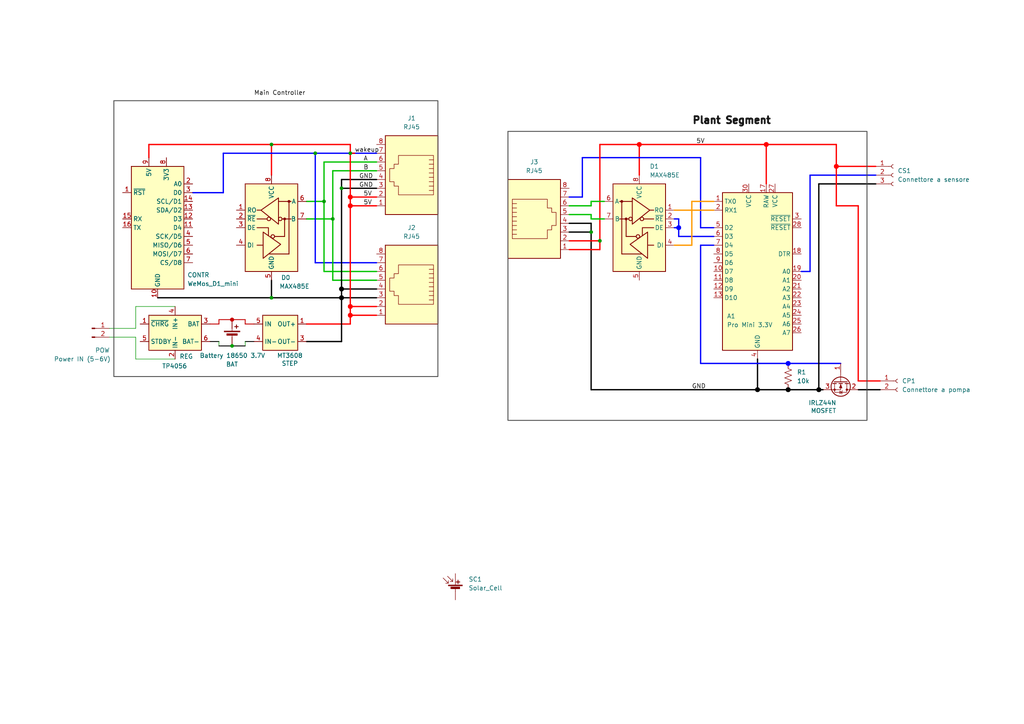
<source format=kicad_sch>
(kicad_sch (version 20231120) (generator "eeschema") (generator_version "8.0")
  (paper "A4")
  (lib_symbols
    (symbol "Connector:Conn_01x02_Pin" (pin_names (offset 1.016) hide)
      (property "Reference" "J" (at 0 2.54 0))
      (property "Value" "Conn_01x02_Pin" (at 0 -5.08 0))
      (symbol "Conn_01x02_Pin_1_1"
        (polyline (pts (xy 1.27 -2.54) (xy 0.8636 -2.54)) (stroke (width 0.1524)))
        (polyline (pts (xy 1.27 0) (xy 0.8636 0)) (stroke (width 0.1524)))
        (rectangle (start 0.8636 -2.413) (end 0 -2.667) (stroke (width 0.1524)) (fill (type outline)))
        (rectangle (start 0.8636 0.127) (end 0 -0.127) (stroke (width 0.1524)) (fill (type outline)))
        (pin passive line (at 5.08 0 180) (length 3.81) (name "Pin_1") (number "1"))
        (pin passive line (at 5.08 -2.54 180) (length 3.81) (name "Pin_2") (number "2"))
      )
    )
    (symbol "Connector:Conn_01x02_Socket" (pin_names (offset 1.016) hide)
      (property "Reference" "J" (at 0 2.54 0))
      (property "Value" "Conn_01x02_Socket" (at 0 -5.08 0))
      (symbol "Conn_01x02_Socket_1_1"
        (arc (start 0 -2.032) (mid -0.5058 -2.54) (end 0 -3.048) (stroke (width 0.1524)))
        (polyline (pts (xy -1.27 -2.54) (xy -0.508 -2.54)) (stroke (width 0.1524)))
        (polyline (pts (xy -1.27 0) (xy -0.508 0)) (stroke (width 0.1524)))
        (arc (start 0 0.508) (mid -0.5058 0) (end 0 -0.508) (stroke (width 0.1524)))
        (pin passive line (at -5.08 0 0) (length 3.81) (name "Pin_1") (number "1"))
        (pin passive line (at -5.08 -2.54 0) (length 3.81) (name "Pin_2") (number "2"))
      )
    )
    (symbol "Connector:Conn_01x03_Socket" (pin_names (offset 1.016) hide)
      (property "Reference" "J" (at 0 5.08 0))
      (property "Value" "Conn_01x03_Socket" (at 0 -5.08 0))
      (symbol "Conn_01x03_Socket_1_1"
        (arc (start 0 -2.032) (mid -0.5058 -2.54) (end 0 -3.048) (stroke (width 0.1524)))
        (polyline (pts (xy -1.27 -2.54) (xy -0.508 -2.54)) (stroke (width 0.1524)))
        (polyline (pts (xy -1.27 0) (xy -0.508 0)) (stroke (width 0.1524)))
        (polyline (pts (xy -1.27 2.54) (xy -0.508 2.54)) (stroke (width 0.1524)))
        (arc (start 0 0.508) (mid -0.5058 0) (end 0 -0.508) (stroke (width 0.1524)))
        (arc (start 0 3.048) (mid -0.5058 2.54) (end 0 2.032) (stroke (width 0.1524)))
        (pin passive line (at -5.08 2.54 0) (length 3.81) (name "Pin_1") (number "1"))
        (pin passive line (at -5.08 0 0) (length 3.81) (name "Pin_2") (number "2"))
        (pin passive line (at -5.08 -2.54 0) (length 3.81) (name "Pin_3") (number "3"))
      )
    )
    (symbol "Connector:RJ45" (pin_names (offset 1.016))
      (property "Reference" "J" (at -5.08 13.97 0))
      (property "Value" "RJ45" (at 2.54 13.97 0))
      (symbol "RJ45_0_1"
        (polyline (pts (xy -5.08 4.445) (xy -6.35 4.445)))
        (polyline (pts (xy -5.08 5.715) (xy -6.35 5.715)))
        (polyline (pts (xy -6.35 -3.175) (xy -5.08 -3.175) (xy -5.08 -3.175)))
        (polyline (pts (xy -6.35 -1.905) (xy -5.08 -1.905) (xy -5.08 -1.905)))
        (polyline (pts (xy -6.35 -0.635) (xy -5.08 -0.635) (xy -5.08 -0.635)))
        (polyline (pts (xy -6.35 0.635) (xy -5.08 0.635) (xy -5.08 0.635)))
        (polyline (pts (xy -6.35 1.905) (xy -5.08 1.905) (xy -5.08 1.905)))
        (polyline (pts (xy -5.08 3.175) (xy -6.35 3.175) (xy -6.35 3.175)))
        (polyline (pts (xy -6.35 -4.445) (xy -6.35 6.985) (xy 3.81 6.985) (xy 3.81 4.445) (xy 5.08 4.445) (xy 5.08 3.175) (xy 6.35 3.175) (xy 6.35 -0.635) (xy 5.08 -0.635) (xy 5.08 -1.905) (xy 3.81 -1.905) (xy 3.81 -4.445) (xy -6.35 -4.445) (xy -6.35 -4.445)))
        (rectangle (start 7.62 12.7) (end -7.62 -10.16) (stroke (width 0.254)) (fill (type background)))
      )
      (symbol "RJ45_1_1"
        (pin passive line (at 10.16 -7.62 180) (length 2.54) (name "~") (number "1"))
        (pin passive line (at 10.16 -5.08 180) (length 2.54) (name "~") (number "2"))
        (pin passive line (at 10.16 -2.54 180) (length 2.54) (name "~") (number "3"))
        (pin passive line (at 10.16 0 180) (length 2.54) (name "~") (number "4"))
        (pin passive line (at 10.16 2.54 180) (length 2.54) (name "~") (number "5"))
        (pin passive line (at 10.16 5.08 180) (length 2.54) (name "~") (number "6"))
        (pin passive line (at 10.16 7.62 180) (length 2.54) (name "~") (number "7"))
        (pin passive line (at 10.16 10.16 180) (length 2.54) (name "~") (number "8"))
      )
    )
    (symbol "Device:Battery_Cell" (pin_numbers hide) (pin_names (offset 0) hide)
      (property "Reference" "BT" (at 2.54 2.54 0))
      (property "Value" "Battery_Cell" (at 2.54 0 0))
      (symbol "Battery_Cell_0_1"
        (rectangle (start -2.286 1.778) (end 2.286 1.524) (fill (type outline)))
        (rectangle (start -1.524 1.016) (end 1.524 0.508) (fill (type outline)))
        (polyline (pts (xy 0 0.762) (xy 0 0)))
        (polyline (pts (xy 0 1.778) (xy 0 2.54)))
        (polyline (pts (xy 0.762 3.048) (xy 1.778 3.048)) (stroke (width 0.254)))
        (polyline (pts (xy 1.27 3.556) (xy 1.27 2.54)) (stroke (width 0.254)))
      )
      (symbol "Battery_Cell_1_1"
        (pin passive line (at 0 5.08 270) (length 2.54) (name "+") (number "1"))
        (pin passive line (at 0 -2.54 90) (length 2.54) (name "-") (number "2"))
      )
    )
    (symbol "Device:R_US" (pin_numbers hide) (pin_names (offset 0))
      (property "Reference" "R" (at 2.54 0 90))
      (property "Value" "R_US" (at -2.54 0 90))
      (symbol "R_US_0_1"
        (polyline (pts (xy 0 -2.286) (xy 0 -2.54)))
        (polyline (pts (xy 0 2.286) (xy 0 2.54)))
        (polyline (pts (xy 0 -0.762) (xy 1.016 -1.143) (xy 0 -1.524) (xy -1.016 -1.905) (xy 0 -2.286)))
        (polyline (pts (xy 0 0.762) (xy 1.016 0.381) (xy 0 0) (xy -1.016 -0.381) (xy 0 -0.762)))
        (polyline (pts (xy 0 2.286) (xy 1.016 1.905) (xy 0 1.524) (xy -1.016 1.143) (xy 0 0.762)))
      )
      (symbol "R_US_1_1"
        (pin passive line (at 0 3.81 270) (length 1.27) (name "~") (number "1"))
        (pin passive line (at 0 -3.81 90) (length 1.27) (name "~") (number "2"))
      )
    )
    (symbol "Device:Solar_Cell" (pin_numbers hide) (pin_names (offset 0) hide)
      (property "Reference" "SC" (at 2.54 2.54 0))
      (property "Value" "Solar_Cell" (at 2.54 0 0))
      (symbol "Solar_Cell_0_1"
        (rectangle (start -2.032 1.778) (end 2.032 1.524) (fill (type outline)))
        (rectangle (start -1.3208 1.1938) (end 1.27 0.6858) (fill (type outline)))
        (polyline (pts (xy -2.032 2.286) (xy -3.556 3.81)))
        (polyline (pts (xy -0.762 2.794) (xy -2.286 4.318)))
        (polyline (pts (xy 0 0.762) (xy 0 0)))
        (polyline (pts (xy 0 1.778) (xy 0 2.54)))
        (polyline (pts (xy 0.254 2.667) (xy 1.27 2.667)) (stroke (width 0.254)))
        (polyline (pts (xy 0.762 3.175) (xy 0.762 2.159)) (stroke (width 0.254)))
        (polyline (pts (xy -2.032 3.048) (xy -2.032 2.286) (xy -2.794 2.286)))
        (polyline (pts (xy -0.762 3.556) (xy -0.762 2.794) (xy -1.524 2.794)))
      )
      (symbol "Solar_Cell_1_1"
        (pin passive line (at 0 5.08 270) (length 2.54) (name "+") (number "1"))
        (pin passive line (at 0 -2.54 90) (length 2.54) (name "-") (number "2"))
      )
    )
    (symbol "Interface_UART:MAX485E"
      (property "Reference" "U" (at -6.985 13.97 0))
      (property "Value" "MAX485E" (at 1.905 13.97 0))
      (symbol "MAX485E_0_1"
        (rectangle (start -7.62 12.7) (end 7.62 -12.7) (stroke (width 0.254)) (fill (type background)))
        (polyline (pts (xy -4.191 2.54) (xy -1.27 2.54)) (stroke (width 0.254)))
        (polyline (pts (xy -2.54 -5.08) (xy -4.191 -5.08)) (stroke (width 0.254)))
        (polyline (pts (xy -0.635 -7.62) (xy 5.08 -7.62)) (stroke (width 0.254)))
        (polyline (pts (xy 0.889 -2.54) (xy 3.81 -2.54)) (stroke (width 0.254)))
        (polyline (pts (xy 2.032 7.62) (xy 5.715 7.62)) (stroke (width 0.254)))
        (polyline (pts (xy 3.048 2.54) (xy 5.715 2.54)) (stroke (width 0.254)))
        (polyline (pts (xy 3.81 -2.54) (xy 3.81 2.54)) (stroke (width 0.254)))
        (polyline (pts (xy 5.08 -7.62) (xy 5.08 7.62)) (stroke (width 0.254)))
        (polyline (pts (xy -4.191 0) (xy -0.889 0) (xy -0.889 -2.286)) (stroke (width 0.254)))
        (polyline (pts (xy -3.175 5.08) (xy -4.191 5.08) (xy -4.064 5.08)) (stroke (width 0.254)))
        (polyline (pts (xy -2.413 -5.08) (xy -2.413 -1.27) (xy 2.667 -4.826) (xy -2.413 -8.89) (xy -2.413 -5.08)) (stroke (width 0.254)))
        (circle (center 0.381 -2.54) (radius 0.508) (stroke (width 0.254)))
        (circle (center 3.81 2.54) (radius 0.2794) (stroke (width 0.254)) (fill (type outline)))
      )
      (symbol "MAX485E_1_1"
        (circle (center -0.762 2.54) (radius 0.508) (stroke (width 0.254)))
        (polyline (pts (xy 2.032 4.826) (xy 2.032 8.636) (xy -3.048 5.08) (xy 2.032 1.016) (xy 2.032 4.826)) (stroke (width 0.254)))
        (circle (center 2.54 2.54) (radius 0.508) (stroke (width 0.254)))
        (circle (center 5.08 7.62) (radius 0.2794) (stroke (width 0.254)) (fill (type outline)))
        (pin output line (at -10.16 5.08 0) (length 2.54) (name "RO") (number "1"))
        (pin input line (at -10.16 2.54 0) (length 2.54) (name "~{RE}") (number "2"))
        (pin input line (at -10.16 0 0) (length 2.54) (name "DE") (number "3"))
        (pin input line (at -10.16 -5.08 0) (length 2.54) (name "DI") (number "4"))
        (pin power_in line (at 0 -15.24 90) (length 2.54) (name "GND") (number "5"))
        (pin bidirectional line (at 10.16 7.62 180) (length 2.54) (name "A") (number "6"))
        (pin bidirectional line (at 10.16 2.54 180) (length 2.54) (name "B") (number "7"))
        (pin power_in line (at 0 15.24 270) (length 2.54) (name "VCC") (number "8"))
      )
    )
    (symbol "MCU_Module:Arduino_Nano_Every"
      (property "Reference" "A" (at -10.16 23.495 0))
      (property "Value" "Pro Mini 3.3V" (at 5.08 -24.13 0))
      (symbol "Arduino_Nano_Every_0_1"
        (rectangle (start -10.16 22.86) (end 10.16 -22.86) (stroke (width 0.254)) (fill (type background)))
      )
      (symbol "Arduino_Nano_Every_1_1"
        (pin bidirectional line (at -12.7 20.32 0) (length 2.54) (name "TX0") (number "1"))
        (pin bidirectional line (at -12.7 0 0) (length 2.54) (name "D7") (number "10"))
        (pin bidirectional line (at -12.7 -2.54 0) (length 2.54) (name "D8") (number "11"))
        (pin bidirectional line (at -12.7 -5.08 0) (length 2.54) (name "D9") (number "12"))
        (pin bidirectional line (at -12.7 -7.62 0) (length 2.54) (name "D10") (number "13"))
        (pin power_in line (at 2.54 25.4 270) (length 2.54) (name "RAW") (number "17"))
        (pin input line (at 12.7 5.08 180) (length 2.54) (name "DTR") (number "18"))
        (pin bidirectional line (at 12.7 0 180) (length 2.54) (name "A0") (number "19"))
        (pin bidirectional line (at -12.7 17.78 0) (length 2.54) (name "RX1") (number "2"))
        (pin bidirectional line (at 12.7 -2.54 180) (length 2.54) (name "A1") (number "20"))
        (pin bidirectional line (at 12.7 -5.08 180) (length 2.54) (name "A2") (number "21"))
        (pin bidirectional line (at 12.7 -7.62 180) (length 2.54) (name "A3") (number "22"))
        (pin bidirectional line (at 12.7 -10.16 180) (length 2.54) (name "A4") (number "23"))
        (pin bidirectional line (at 12.7 -12.7 180) (length 2.54) (name "A5") (number "24"))
        (pin bidirectional line (at 12.7 -15.24 180) (length 2.54) (name "A6") (number "25"))
        (pin bidirectional line (at 12.7 -17.78 180) (length 2.54) (name "A7") (number "26"))
        (pin power_out line (at 5.08 25.4 270) (length 2.54) (name "VCC") (number "27"))
        (pin input line (at 12.7 12.7 180) (length 2.54) (name "~{RESET}") (number "28"))
        (pin passive line (at 0 -25.4 90) (length 2.54) hide (name "GND") (number "29"))
        (pin input line (at 12.7 15.24 180) (length 2.54) (name "~{RESET}") (number "3"))
        (pin power_in line (at -2.54 25.4 270) (length 2.54) (name "VCC") (number "30"))
        (pin power_in line (at 0 -25.4 90) (length 2.54) (name "GND") (number "4"))
        (pin bidirectional line (at -12.7 12.7 0) (length 2.54) (name "D2") (number "5"))
        (pin bidirectional line (at -12.7 10.16 0) (length 2.54) (name "D3") (number "6"))
        (pin bidirectional line (at -12.7 7.62 0) (length 2.54) (name "D4") (number "7"))
        (pin bidirectional line (at -12.7 5.08 0) (length 2.54) (name "D5") (number "8"))
        (pin bidirectional line (at -12.7 2.54 0) (length 2.54) (name "D6") (number "9"))
      )
    )
    (symbol "MCU_Module:WeMos_D1_mini"
      (property "Reference" "U" (at 3.81 19.05 0))
      (property "Value" "WeMos_D1_mini" (at 1.27 -19.05 0))
      (symbol "WeMos_D1_mini_1_1"
        (rectangle (start -7.62 17.78) (end 7.62 -17.78) (stroke (width 0.254)) (fill (type background)))
        (pin input line (at -10.16 10.16 0) (length 2.54) (name "~{RST}") (number "1"))
        (pin power_in line (at 0 -20.32 90) (length 2.54) (name "GND") (number "10"))
        (pin bidirectional line (at 10.16 0 180) (length 2.54) (name "D4") (number "11"))
        (pin bidirectional line (at 10.16 2.54 180) (length 2.54) (name "D3") (number "12"))
        (pin bidirectional line (at 10.16 5.08 180) (length 2.54) (name "SDA/D2") (number "13"))
        (pin bidirectional line (at 10.16 7.62 180) (length 2.54) (name "SCL/D1") (number "14"))
        (pin input line (at -10.16 2.54 0) (length 2.54) (name "RX") (number "15"))
        (pin output line (at -10.16 0 0) (length 2.54) (name "TX") (number "16"))
        (pin input line (at 10.16 12.7 180) (length 2.54) (name "A0") (number "2"))
        (pin bidirectional line (at 10.16 10.16 180) (length 2.54) (name "D0") (number "3"))
        (pin bidirectional line (at 10.16 -2.54 180) (length 2.54) (name "SCK/D5") (number "4"))
        (pin bidirectional line (at 10.16 -5.08 180) (length 2.54) (name "MISO/D6") (number "5"))
        (pin bidirectional line (at 10.16 -7.62 180) (length 2.54) (name "MOSI/D7") (number "6"))
        (pin bidirectional line (at 10.16 -10.16 180) (length 2.54) (name "CS/D8") (number "7"))
        (pin power_out line (at 2.54 20.32 270) (length 2.54) (name "3V3") (number "8"))
        (pin power_in line (at -2.54 20.32 270) (length 2.54) (name "5V") (number "9"))
      )
    )
    (symbol "MT3608_1"
      (property "Reference" "STEP" (at 0 10.16 0))
      (property "Value" "MT3608" (at 0 7.62 0))
      (symbol "MT3608_1_0_1"
        (rectangle (start -5.08 5.08) (end 5.08 -5.08) (stroke (width 0.254)) (fill (type background)))
      )
      (symbol "MT3608_1_1_1"
        (pin power_out line (at 7.62 2.54 180) (length 2.54) (name "OUT+") (number "1"))
        (pin power_out line (at 7.62 -2.54 180) (length 2.54) (name "OUT-") (number "3"))
        (pin power_in line (at -7.62 -2.54 0) (length 2.54) (name "IN-") (number "4"))
        (pin power_in line (at -7.62 2.54 0) (length 2.54) (name "IN") (number "5"))
        (pin no_connect line (at 5.08 0 180) (length 2.54) hide (name "NC") (number "6"))
      )
    )
    (symbol "TP4057_1"
      (property "Reference" "U" (at -6.35 6.604 0))
      (property "Value" "TP4057" (at 1.524 6.604 0))
      (symbol "TP4057_1_0_1"
        (rectangle (start -7.62 5.08) (end 7.62 -5.08) (stroke (width 0.254)) (fill (type background)))
      )
      (symbol "TP4057_1_1_1"
        (pin open_collector line (at -10.16 2.54 0) (length 2.54) (name "~{CHRG}") (number "1"))
        (pin power_in line (at 0 -7.62 90) (length 2.54) (name "IN-") (number "2"))
        (pin power_out line (at 10.16 2.54 180) (length 2.54) (name "BAT") (number "3"))
        (pin power_in line (at 0 7.62 270) (length 2.54) (name "IN+") (number "4"))
        (pin open_collector line (at -10.16 -2.54 0) (length 2.54) (name "STDBY") (number "5"))
        (pin passive line (at 10.16 -2.54 180) (length 2.54) (name "BAT-") (number "6"))
      )
    )
    (symbol "Transistor_FET:IRLZ44N" (pin_names hide)
      (property "Reference" "Q" (at 5.08 1.905 0))
      (property "Value" "IRLZ44N" (at 5.08 0 0))
      (symbol "IRLZ44N_0_1"
        (polyline (pts (xy 0.254 0) (xy -2.54 0)))
        (polyline (pts (xy 0.254 1.905) (xy 0.254 -1.905)) (stroke (width 0.254)))
        (polyline (pts (xy 0.762 -1.27) (xy 0.762 -2.286)) (stroke (width 0.254)))
        (polyline (pts (xy 0.762 0.508) (xy 0.762 -0.508)) (stroke (width 0.254)))
        (polyline (pts (xy 0.762 2.286) (xy 0.762 1.27)) (stroke (width 0.254)))
        (polyline (pts (xy 2.54 2.54) (xy 2.54 1.778)))
        (polyline (pts (xy 2.54 -2.54) (xy 2.54 0) (xy 0.762 0)))
        (polyline (pts (xy 0.762 -1.778) (xy 3.302 -1.778) (xy 3.302 1.778) (xy 0.762 1.778)))
        (polyline (pts (xy 1.016 0) (xy 2.032 0.381) (xy 2.032 -0.381) (xy 1.016 0)) (fill (type outline)))
        (polyline (pts (xy 2.794 0.508) (xy 2.921 0.381) (xy 3.683 0.381) (xy 3.81 0.254)))
        (polyline (pts (xy 3.302 0.381) (xy 2.921 -0.254) (xy 3.683 -0.254) (xy 3.302 0.381)))
        (circle (center 1.651 0) (radius 2.794) (stroke (width 0.254)))
        (circle (center 2.54 -1.778) (radius 0.254) (fill (type outline)))
        (circle (center 2.54 1.778) (radius 0.254) (fill (type outline)))
      )
      (symbol "IRLZ44N_1_1"
        (pin input line (at -5.08 0 0) (length 2.54) (name "G") (number "1"))
        (pin passive line (at 2.54 5.08 270) (length 2.54) (name "D") (number "2"))
        (pin passive line (at 2.54 -5.08 90) (length 2.54) (name "S") (number "3"))
      )
    )
  )
  (junction (at 173.99 69.85))
  (junction (at 93.98 58.42))
  (junction (at 67.31 92.71) (diameter 1.016) (color 194 0 0 1))
  (junction (at 222.25 41.91) (diameter 1.27) (color 255 0 0 1))
  (junction (at 196.85 66.04) (diameter 1.27) (color 0 0 255 1))
  (junction (at 101.6 44.45))
  (junction (at 237.49 113.03) (diameter 1.27) (color 0 0 0 1))
  (junction (at 96.52 63.5))
  (junction (at 101.6 59.69) (diameter 1.27) (color 255 0 0 1))
  (junction (at 171.45 67.31))
  (junction (at 78.74 86.36))
  (junction (at 185.42 41.91) (diameter 1.27) (color 255 0 0 1))
  (junction (at 228.6 105.41) (diameter 1.27) (color 0 0 255 1))
  (junction (at 101.6 88.9) (diameter 1.27) (color 255 0 0 1))
  (junction (at 99.06 54.61))
  (junction (at 78.74 41.91))
  (junction (at 99.06 83.82) (diameter 1.27) (color 0 0 0 1))
  (junction (at 99.06 86.36) (diameter 1.27) (color 0 0 0 1))
  (junction (at 101.6 57.15) (diameter 1.27) (color 255 0 0 1))
  (junction (at 101.6 91.44) (diameter 1.27) (color 255 0 0 1))
  (junction (at 67.31 100.33))
  (junction (at 228.6 113.03) (diameter 1.27) (color 0 0 0 1))
  (junction (at 91.44 44.45))
  (junction (at 219.71 113.03) (diameter 1.27) (color 0 0 0 1))
  (junction (at 242.57 48.26) (diameter 1.27) (color 255 0 0 1))
  (wire (pts (xy 99.06 52.07) (xy 109.22 52.07)) (stroke (width 0.381) (color 0 0 0 1)))
  (wire (pts (xy 101.6 91.44) (xy 101.6 93.98)) (stroke (width 0.381) (color 255 0 0 1)))
  (wire (pts (xy 248.92 59.69) (xy 242.57 59.69)) (stroke (width 0.381) (color 255 0 0 1)))
  (wire (pts (xy 200.66 58.42) (xy 207.01 58.42)) (stroke (width 0.381) (color 255 153 0 1)))
  (wire (pts (xy 254 48.26) (xy 242.57 48.26)) (stroke (width 0.381) (color 255 0 0 1)))
  (wire (pts (xy 99.06 54.61) (xy 99.06 83.82)) (stroke (width 0.381) (color 0 0 0 1)))
  (wire (pts (xy 101.6 57.15) (xy 109.22 57.15)) (stroke (width 0.381) (color 255 0 0 1)))
  (wire (pts (xy 63.5 100.33) (xy 67.31 100.33)) (stroke (width 0.254) (color 0 0 0 1)))
  (wire (pts (xy 63.5 99.06) (xy 60.96 99.06)) (stroke (width 0.254) (color 0 0 0 1)))
  (wire (pts (xy 88.9 63.5) (xy 96.52 63.5)) (stroke (width 0.381) (color 0 194 0 1)))
  (wire (pts (xy 254 53.34) (xy 237.49 53.34)) (stroke (width 0.381) (color 0 0 0 1)))
  (wire (pts (xy 63.5 92.71) (xy 63.5 93.98)) (stroke (width 0.254) (color 194 0 0 1)))
  (wire (pts (xy 242.57 41.91) (xy 222.25 41.91)) (stroke (width 0.381) (color 255 0 0 1)))
  (wire (pts (xy 173.99 69.85) (xy 165.1 69.85)) (stroke (width 0.381) (color 255 0 0 1)))
  (wire (pts (xy 185.42 41.91) (xy 222.25 41.91)) (stroke (width 0.381) (color 255 0 0 1)))
  (wire (pts (xy 99.06 86.36) (xy 99.06 99.06)) (stroke (width 0.381) (color 0 0 0 1)))
  (wire (pts (xy 248.92 113.03) (xy 255.27 113.03)) (stroke (width 0.381) (color 0 0 0 1)))
  (wire (pts (xy 171.45 67.31) (xy 171.45 113.03)) (stroke (width 0.381) (color 0 0 0 1)))
  (wire (pts (xy 43.18 41.91) (xy 43.18 45.72)) (stroke (width 0.381) (color 255 0 0 1)))
  (wire (pts (xy 101.6 59.69) (xy 109.22 59.69)) (stroke (width 0.381) (color 255 0 0 1)))
  (wire (pts (xy 39.37 97.79) (xy 31.75 97.79)))
  (wire (pts (xy 78.74 86.36) (xy 45.72 86.36)) (stroke (width 0.381) (color 0 0 0 1)))
  (wire (pts (xy 96.52 49.53) (xy 109.22 49.53)) (stroke (width 0.381) (color 0 194 0 1)))
  (wire (pts (xy 71.12 99.06) (xy 73.66 99.06)) (stroke (width 0.254) (color 0 0 0 1)))
  (wire (pts (xy 101.6 41.91) (xy 101.6 44.45)) (stroke (width 0.381) (color 255 0 0 1)))
  (wire (pts (xy 203.2 105.41) (xy 203.2 71.12)) (stroke (width 0.381) (color 0 0 255 1)))
  (wire (pts (xy 43.18 41.91) (xy 78.74 41.91)) (stroke (width 0.381) (color 255 0 0 1)))
  (wire (pts (xy 99.06 83.82) (xy 99.06 86.36)) (stroke (width 0.381) (color 0 0 0 1)))
  (wire (pts (xy 168.91 45.72) (xy 168.91 57.15)) (stroke (width 0.381) (color 0 0 255 1)))
  (wire (pts (xy 171.45 67.31) (xy 171.45 64.77)) (stroke (width 0.381) (color 0 0 0 1)))
  (wire (pts (xy 173.99 69.85) (xy 173.99 72.39)) (stroke (width 0.381) (color 255 0 0 1)))
  (wire (pts (xy 99.06 86.36) (xy 109.22 86.36)) (stroke (width 0.381) (color 0 0 0 1)))
  (wire (pts (xy 203.2 45.72) (xy 203.2 66.04)) (stroke (width 0.381) (color 0 0 255 1)))
  (wire (pts (xy 71.12 100.33) (xy 71.12 99.06)))
  (wire (pts (xy 39.37 104.14) (xy 39.37 97.79)))
  (wire (pts (xy 165.1 62.23) (xy 171.45 62.23)) (stroke (width 0.381) (color 0 194 0 1)))
  (wire (pts (xy 101.6 93.98) (xy 88.9 93.98)) (stroke (width 0.381) (color 255 0 0 1)))
  (wire (pts (xy 196.85 66.04) (xy 196.85 63.5)) (stroke (width 0.381) (color 0 0 255 1)))
  (wire (pts (xy 71.12 93.98) (xy 71.12 92.71)) (stroke (width 0.254) (color 194 0 0 1)))
  (wire (pts (xy 165.1 59.69) (xy 171.45 59.69)) (stroke (width 0.381) (color 0 194 0 1)))
  (wire (pts (xy 88.9 58.42) (xy 93.98 58.42)) (stroke (width 0.381) (color 0 194 0 1)))
  (wire (pts (xy 171.45 59.69) (xy 171.45 58.42)) (stroke (width 0.381) (color 0 194 0 1)))
  (wire (pts (xy 102.87 44.45) (xy 101.6 44.45)) (stroke (width 0.381) (color 255 0 0 1)))
  (wire (pts (xy 173.99 41.91) (xy 185.42 41.91)) (stroke (width 0.381) (color 255 0 0 1)))
  (wire (pts (xy 67.31 100.33) (xy 71.12 100.33)) (stroke (width 0.254) (color 0 0 0 1)))
  (wire (pts (xy 88.9 99.06) (xy 99.06 99.06)) (stroke (width 0.381) (color 0 0 0 1)))
  (wire (pts (xy 168.91 57.15) (xy 165.1 57.15)) (stroke (width 0.381) (color 0 0 255 1)))
  (wire (pts (xy 171.45 62.23) (xy 171.45 63.5)) (stroke (width 0.381) (color 0 194 0 1)))
  (wire (pts (xy 101.6 57.15) (xy 101.6 59.69)) (stroke (width 0.381) (color 255 0 0 1)))
  (wire (pts (xy 63.5 100.33) (xy 63.5 99.06)))
  (wire (pts (xy 237.49 113.03) (xy 238.76 113.03)) (stroke (width 0.381) (color 0 0 0 1)))
  (wire (pts (xy 55.88 55.88) (xy 64.77 55.88)) (stroke (width 0.381) (color 0 0 255 1)))
  (wire (pts (xy 237.49 53.34) (xy 237.49 113.03)) (stroke (width 0.381) (color 0 0 0 1)))
  (wire (pts (xy 101.6 88.9) (xy 101.6 91.44)) (stroke (width 0.381) (color 255 0 0 1)))
  (wire (pts (xy 99.06 54.61) (xy 99.06 52.07)) (stroke (width 0.381) (color 0 0 0 1)))
  (wire (pts (xy 50.8 88.9) (xy 39.37 88.9)))
  (wire (pts (xy 39.37 95.25) (xy 31.75 95.25)))
  (wire (pts (xy 195.58 71.12) (xy 200.66 71.12)) (stroke (width 0.381) (color 255 153 0 1)))
  (wire (pts (xy 64.77 55.88) (xy 64.77 44.45)) (stroke (width 0.381) (color 0 0 255 1)))
  (wire (pts (xy 200.66 71.12) (xy 200.66 58.42)) (stroke (width 0.381) (color 255 153 0 1)))
  (wire (pts (xy 93.98 46.99) (xy 109.22 46.99)) (stroke (width 0.381) (color 0 194 0 1)))
  (wire (pts (xy 96.52 49.53) (xy 96.52 63.5)) (stroke (width 0.381) (color 0 194 0 1)))
  (wire (pts (xy 248.92 110.49) (xy 255.27 110.49)) (stroke (width 0.381) (color 255 0 0 1)))
  (wire (pts (xy 78.74 81.28) (xy 78.74 86.36)) (stroke (width 0.381) (color 0 0 0 1)))
  (wire (pts (xy 195.58 63.5) (xy 196.85 63.5)) (stroke (width 0.381) (color 0 0 255 1)))
  (wire (pts (xy 234.95 50.8) (xy 254 50.8)) (stroke (width 0.381) (color 0 0 255 1)))
  (wire (pts (xy 196.85 68.58) (xy 196.85 66.04)) (stroke (width 0.381) (color 0 0 255 1)))
  (wire (pts (xy 96.52 63.5) (xy 96.52 81.28)) (stroke (width 0.381) (color 0 194 0 1)))
  (wire (pts (xy 91.44 44.45) (xy 91.44 76.2)) (stroke (width 0.381) (color 0 0 255 1)))
  (wire (pts (xy 101.6 44.45) (xy 101.6 57.15)) (stroke (width 0.381) (color 255 0 0 1)))
  (wire (pts (xy 39.37 88.9) (xy 39.37 95.25)))
  (wire (pts (xy 96.52 81.28) (xy 109.22 81.28)) (stroke (width 0.381) (color 0 194 0 1)))
  (wire (pts (xy 91.44 44.45) (xy 101.6 44.45)) (stroke (width 0.381) (color 0 0 255 1)))
  (wire (pts (xy 64.77 44.45) (xy 91.44 44.45)) (stroke (width 0.381) (color 0 0 255 1)))
  (wire (pts (xy 91.44 76.2) (xy 109.22 76.2)) (stroke (width 0.381) (color 0 0 255 1)))
  (wire (pts (xy 50.8 104.14) (xy 39.37 104.14)))
  (wire (pts (xy 93.98 78.74) (xy 109.22 78.74)) (stroke (width 0.381) (color 0 194 0 1)))
  (wire (pts (xy 101.6 88.9) (xy 109.22 88.9)) (stroke (width 0.381) (color 255 0 0 1)))
  (wire (pts (xy 203.2 71.12) (xy 207.01 71.12)) (stroke (width 0.381) (color 0 0 255 1)))
  (wire (pts (xy 101.6 41.91) (xy 78.74 41.91)) (stroke (width 0.381) (color 255 0 0 1)))
  (wire (pts (xy 101.6 44.45) (xy 109.22 44.45)) (stroke (width 0.381) (color 0 0 255 1)))
  (wire (pts (xy 219.71 113.03) (xy 228.6 113.03)) (stroke (width 0.381) (color 0 0 0 1)))
  (wire (pts (xy 248.92 110.49) (xy 248.92 59.69)) (stroke (width 0.381) (color 255 0 0 1)))
  (wire (pts (xy 243.84 105.41) (xy 228.6 105.41)) (stroke (width 0.381) (color 0 0 255 1)))
  (wire (pts (xy 93.98 58.42) (xy 93.98 78.74)) (stroke (width 0.381) (color 0 194 0 1)))
  (wire (pts (xy 173.99 41.91) (xy 173.99 69.85)) (stroke (width 0.381) (color 255 0 0 1)))
  (wire (pts (xy 222.25 41.91) (xy 222.25 53.34)) (stroke (width 0.381) (color 255 0 0 1)))
  (wire (pts (xy 171.45 64.77) (xy 165.1 64.77)) (stroke (width 0.381) (color 0 0 0 1)))
  (wire (pts (xy 185.42 50.8) (xy 185.42 41.91)) (stroke (width 0.381) (color 255 0 0 1)))
  (wire (pts (xy 171.45 58.42) (xy 175.26 58.42)) (stroke (width 0.381) (color 0 194 0 1)))
  (wire (pts (xy 203.2 66.04) (xy 207.01 66.04)) (stroke (width 0.381) (color 0 0 255 1)))
  (wire (pts (xy 228.6 105.41) (xy 203.2 105.41)) (stroke (width 0.381) (color 0 0 255 1)))
  (wire (pts (xy 101.6 59.69) (xy 101.6 88.9)) (stroke (width 0.381) (color 255 0 0 1)))
  (wire (pts (xy 196.85 68.58) (xy 207.01 68.58)) (stroke (width 0.381) (color 0 0 255 1)))
  (wire (pts (xy 195.58 60.96) (xy 207.01 60.96)) (stroke (width 0.381) (color 255 153 0 1)))
  (wire (pts (xy 171.45 113.03) (xy 219.71 113.03)) (stroke (width 0.381) (color 0 0 0 1)))
  (wire (pts (xy 242.57 48.26) (xy 242.57 59.69)) (stroke (width 0.381) (color 255 0 0 1)))
  (wire (pts (xy 228.6 113.03) (xy 237.49 113.03)) (stroke (width 0.381) (color 0 0 0 1)))
  (wire (pts (xy 99.06 54.61) (xy 109.22 54.61)) (stroke (width 0.381) (color 0 0 0 1)))
  (wire (pts (xy 93.98 46.99) (xy 93.98 58.42)) (stroke (width 0.381) (color 0 194 0 1)))
  (wire (pts (xy 234.95 78.74) (xy 234.95 50.8)) (stroke (width 0.381) (color 0 0 255 1)))
  (wire (pts (xy 165.1 67.31) (xy 171.45 67.31)) (stroke (width 0.381) (color 0 0 0 1)))
  (wire (pts (xy 71.12 93.98) (xy 73.66 93.98)) (stroke (width 0.254) (color 194 0 0 1)))
  (wire (pts (xy 203.2 45.72) (xy 168.91 45.72)) (stroke (width 0.381) (color 0 0 255 1)))
  (wire (pts (xy 195.58 66.04) (xy 196.85 66.04)) (stroke (width 0.381) (color 0 0 255 1)))
  (wire (pts (xy 99.06 83.82) (xy 109.22 83.82)) (stroke (width 0.381) (color 0 0 0 1)))
  (wire (pts (xy 173.99 72.39) (xy 165.1 72.39)) (stroke (width 0.381) (color 255 0 0 1)))
  (wire (pts (xy 63.5 93.98) (xy 60.96 93.98)) (stroke (width 0.254) (color 194 0 0 1)))
  (wire (pts (xy 242.57 48.26) (xy 242.57 41.91)) (stroke (width 0.381) (color 255 0 0 1)))
  (wire (pts (xy 78.74 41.91) (xy 78.74 50.8)) (stroke (width 0.381) (color 255 0 0 1)))
  (wire (pts (xy 232.41 78.74) (xy 234.95 78.74)) (stroke (width 0.381) (color 0 0 255 1)))
  (wire (pts (xy 63.5 92.71) (xy 67.31 92.71)) (stroke (width 0.254) (color 194 0 0 1)))
  (wire (pts (xy 219.71 104.14) (xy 219.71 113.03)) (stroke (width 0.381) (color 0 0 0 1)))
  (wire (pts (xy 78.74 86.36) (xy 99.06 86.36)) (stroke (width 0.381) (color 0 0 0 1)))
  (wire (pts (xy 171.45 63.5) (xy 175.26 63.5)) (stroke (width 0.381) (color 0 194 0 1)))
  (wire (pts (xy 101.6 91.44) (xy 109.22 91.44)) (stroke (width 0.381) (color 255 0 0 1)))
  (wire (pts (xy 67.31 92.71) (xy 71.12 92.71)) (stroke (width 0.254) (color 194 0 0 1)))
  (rectangle (start 147.32 38.1) (end 251.46 121.92) (stroke (width 0.254) (color 72 72 72 1)))
  (rectangle (start 33.02 29.21) (end 127 109.22) (stroke (width 0.254) (color 72 72 72 1)))
  (label "5V" (at 105.41 59.69 0))
  (label "B" (at 105.41 49.53 0))
  (label "GND" (at 104.14 54.61 0))
  (label "wakeup" (at 102.87 44.45 0))
  (label "GND" (at 104.14 52.07 0))
  (label "Plant Segment" (at 200.66 36.83 0) (effects (font (size 2.032 2.032) (thickness 0.508) (bold yes))))
  (label "A" (at 105.41 46.99 0))
  (label "Main Controller" (at 73.66 27.94 0))
  (label "GND" (at 200.66 113.03 0))
  (label "5V" (at 201.93 41.91 0))
  (label "5V" (at 105.41 57.15 0))
  (symbol (lib_id "Connector:Conn_01x02_Socket") (at 260.35 110.49 0) (unit 1)
    (property "Reference" "CP1" (at 261.62 110.4899 0) (effects (justify left)))
    (property "Value" "Connettore a pompa" (at 261.62 113.0299 0) (effects (justify left)))
    (property "Description" "Generic connector, single row, 01x02, script generated" (effects (hide yes)))
  )
  (symbol (lib_id "Interface_UART:MAX485E") (at 185.42 66.04 0) (mirror y) (unit 1)
    (property "Reference" "D1" (at 188.4365 48.26 0) (effects (justify right)))
    (property "Value" "MAX485E" (at 188.4365 50.8 0) (effects (justify right)))
    (property "Footprint" "Package_SO:SOIC-8_3.9x4.9mm_P1.27mm" (effects (hide yes)))
    (property "Datasheet" "https://datasheets.maximintegrated.com/en/ds/MAX1487E-MAX491E.pdf" (effects (hide yes)))
    (property "Description" "Half duplex RS-485/RS-422, 2.5 Mbps, ±15kV electro-static discharge (ESD) protection, no slew-rate, no low-power shutdown, with receiver/driver enable, 32 receiver drive capability, DIP-8 and SOIC-8" (effects (hide yes)))
  )
  (symbol (lib_id "MCU_Module:WeMos_D1_mini") (at 45.72 66.04 0) (unit 1)
    (property "Reference" "CONTR" (at 54.356 79.756 0) (effects (justify left)))
    (property "Value" "WeMos_D1_mini" (at 54.356 82.296 0) (effects (justify left)))
    (property "Footprint" "Module:WEMOS_D1_mini_light" (effects (hide yes)))
    (property "Datasheet" "https://wiki.wemos.cc/products:d1:d1_mini#documentation" (effects (hide yes)))
    (property "Description" "32-bit microcontroller module with WiFi" (effects (hide yes)))
  )
  (symbol (lib_id "Connector:Conn_01x02_Pin") (at 26.67 95.25 0) (unit 1)
    (property "Reference" "POW" (at 29.718 101.6 0))
    (property "Value" "Power IN (5-6V)" (at 23.876 104.14 0))
    (property "Description" "Generic connector, single row, 01x02, script generated" (effects (hide yes)))
  )
  (symbol (lib_id "Device:Solar_Cell") (at 132.08 171.45 0) (unit 1)
    (property "Reference" "SC1" (at 135.89 168.0209 0) (effects (justify left)))
    (property "Value" "Solar_Cell" (at 135.89 170.5609 0) (effects (justify left)))
    (property "Description" "Single solar cell" (effects (hide yes)))
  )
  (symbol (lib_id "Connector:Conn_01x03_Socket") (at 259.08 50.8 0) (unit 1)
    (property "Reference" "CS1" (at 260.35 49.5299 0) (effects (justify left)))
    (property "Value" "Connettore a sensore" (at 260.35 52.0699 0) (effects (justify left)))
    (property "Description" "Generic connector, single row, 01x03, script generated" (effects (hide yes)))
  )
  (symbol (lib_id "Device:Battery_Cell") (at 67.31 97.79 0) (unit 1)
    (property "Reference" "BAT" (at 65.532 105.664 0) (effects (justify left)))
    (property "Value" "Battery 18650 3.7V" (at 57.912 103.124 0) (effects (justify left)))
    (property "Description" "Single-cell battery" (effects (hide yes)))
  )
  (symbol (lib_id "Interface_UART:MAX485E") (at 78.74 66.04 0) (unit 1)
    (property "Reference" "D0" (at 81.534 80.518 0) (effects (justify left)))
    (property "Value" "MAX485E" (at 81.026 83.058 0) (effects (justify left)))
    (property "Footprint" "Package_SO:SOIC-8_3.9x4.9mm_P1.27mm" (effects (hide yes)))
    (property "Datasheet" "https://datasheets.maximintegrated.com/en/ds/MAX1487E-MAX491E.pdf" (effects (hide yes)))
    (property "Description" "Half duplex RS-485/RS-422, 2.5 Mbps, ±15kV electro-static discharge (ESD) protection, no slew-rate, no low-power shutdown, with receiver/driver enable, 32 receiver drive capability, DIP-8 and SOIC-8" (effects (hide yes)))
  )
  (symbol (lib_id "Connector:RJ45") (at 154.94 64.77 0) (unit 1)
    (property "Reference" "J3" (at 154.94 46.99 0))
    (property "Value" "RJ45" (at 154.94 49.53 0))
    (property "Description" "RJ connector, 8P8C (8 positions 8 connected)" (effects (hide yes)))
  )
  (symbol (lib_id "Connector:RJ45") (at 119.38 52.07 0) (mirror y) (unit 1)
    (property "Reference" "J1" (at 119.38 34.29 0))
    (property "Value" "RJ45" (at 119.38 36.83 0))
    (property "Description" "RJ connector, 8P8C (8 positions 8 connected)" (effects (hide yes)))
  )
  (symbol (lib_name "MT3608_1") (lib_id "Regulator_Switching:MT3608") (at 81.28 96.52 0) (unit 1)
    (property "Reference" "STEP" (at 84.074 105.41 0))
    (property "Value" "MT3608" (at 84.074 103.124 0))
    (property "Footprint" "Package_TO_SOT_SMD:SOT-23-6" (effects (hide yes)))
    (property "Datasheet" "https://www.olimex.com/Products/Breadboarding/BB-PWR-3608/resources/MT3608.pdf" (effects (hide yes)))
    (property "Description" "High Efficiency 1.2MHz 2A Step Up Converter, 2-24V Vin, 28V Vout, 4A current limit, 1.2MHz, SOT23-6" (effects (hide yes)))
  )
  (symbol (lib_id "Connector:RJ45") (at 119.38 83.82 0) (mirror y) (unit 1)
    (property "Reference" "J2" (at 119.38 66.04 0))
    (property "Value" "RJ45" (at 119.38 68.58 0))
    (property "Description" "RJ connector, 8P8C (8 positions 8 connected)" (effects (hide yes)))
  )
  (symbol (lib_name "TP4057_1") (lib_id "Battery_Management:TP4057") (at 50.8 96.52 0) (unit 1)
    (property "Reference" "REG" (at 52.07 103.378 0) (effects (justify left)))
    (property "Value" "TP4056" (at 46.99 106.172 0) (effects (justify left)))
    (property "Footprint" "Package_TO_SOT_SMD:TSOT-23-5" (effects (hide yes)))
  )
  (symbol (lib_id "Transistor_FET:IRLZ44N") (at 243.84 110.49 270) (unit 1)
    (property "Reference" "MOSFET" (at 242.57 119.126 90) (effects (justify right)))
    (property "Value" "IRLZ44N" (at 242.5701 116.84 90) (effects (justify right)))
    (property "Footprint" "Package_TO_SOT_THT:TO-220-3_Vertical" (effects (hide yes)))
    (property "Datasheet" "http://www.irf.com/product-info/datasheets/data/irlz44n.pdf" (effects (hide yes)))
    (property "Description" "47A Id, 55V Vds, 22mOhm Rds Single N-Channel HEXFET Power MOSFET, TO-220AB" (effects (hide yes)))
  )
  (symbol (lib_id "MCU_Module:Arduino_Nano_Every") (at 219.71 78.74 0) (unit 1)
    (property "Reference" "A1" (at 210.82 91.694 0) (effects (justify left)))
    (property "Value" "Pro Mini 3.3V" (at 210.82 94.234 0) (effects (justify left)))
  )
  (symbol (lib_id "Device:R_US") (at 228.6 109.22 0) (unit 1)
    (property "Reference" "R1" (at 231.14 107.9499 0) (effects (justify left)))
    (property "Value" "10k" (at 231.14 110.4899 0) (effects (justify left)))
    (property "Description" "Resistor, US symbol" (effects (hide yes)))
  )
)
</source>
